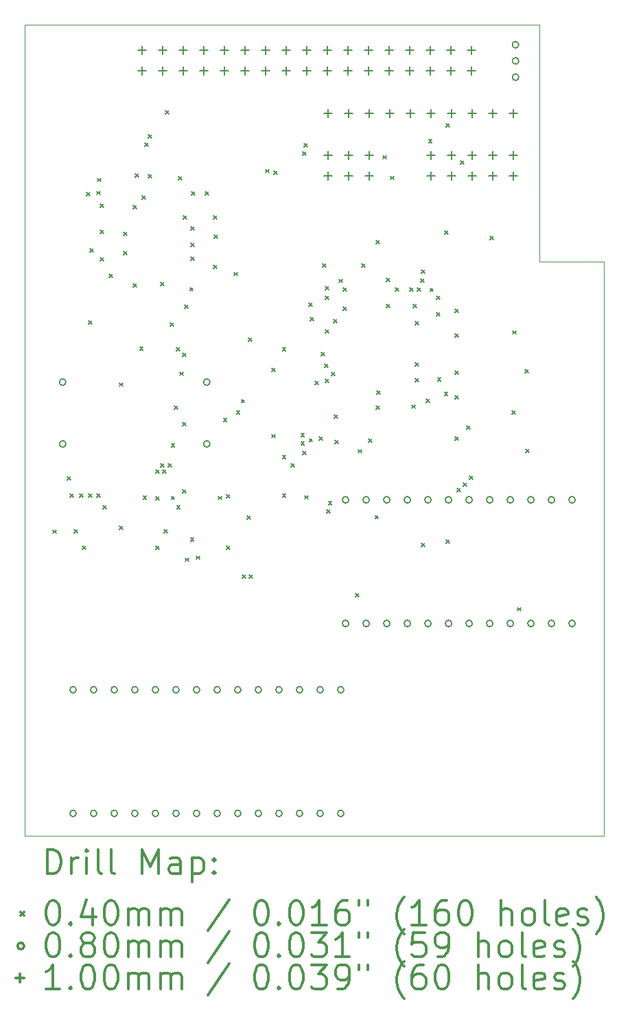
<source format=gbr>
%FSLAX45Y45*%
G04 Gerber Fmt 4.5, Leading zero omitted, Abs format (unit mm)*
G04 Created by KiCad (PCBNEW (5.1.2-1)-1) date 2020-07-07 12:36:55*
%MOMM*%
%LPD*%
G04 APERTURE LIST*
%ADD10C,0.100000*%
%ADD11C,0.200000*%
%ADD12C,0.300000*%
G04 APERTURE END LIST*
D10*
X13398500Y-6223000D02*
X14200000Y-6223000D01*
X13398500Y-3300000D02*
X13398500Y-6223000D01*
X13398500Y-3300000D02*
X7048500Y-3300000D01*
X14200000Y-13300000D02*
X14200000Y-6223000D01*
X7048500Y-13300000D02*
X14200000Y-13300000D01*
X7048500Y-3300000D02*
X7048500Y-13300000D01*
D11*
X7402380Y-9531040D02*
X7442380Y-9571040D01*
X7442380Y-9531040D02*
X7402380Y-9571040D01*
X7574520Y-8877620D02*
X7614520Y-8917620D01*
X7614520Y-8877620D02*
X7574520Y-8917620D01*
X7612700Y-9085900D02*
X7652700Y-9125900D01*
X7652700Y-9085900D02*
X7612700Y-9125900D01*
X7663860Y-9529560D02*
X7703860Y-9569560D01*
X7703860Y-9529560D02*
X7663860Y-9569560D01*
X7727000Y-9085900D02*
X7767000Y-9125900D01*
X7767000Y-9085900D02*
X7727000Y-9125900D01*
X7765100Y-9733600D02*
X7805100Y-9773600D01*
X7805100Y-9733600D02*
X7765100Y-9773600D01*
X7812200Y-5372080D02*
X7852200Y-5412080D01*
X7852200Y-5372080D02*
X7812200Y-5412080D01*
X7841300Y-6952300D02*
X7881300Y-6992300D01*
X7881300Y-6952300D02*
X7841300Y-6992300D01*
X7841300Y-9085900D02*
X7881300Y-9125900D01*
X7881300Y-9085900D02*
X7841300Y-9125900D01*
X7854000Y-6063300D02*
X7894000Y-6103300D01*
X7894000Y-6063300D02*
X7854000Y-6103300D01*
X7942900Y-9085900D02*
X7982900Y-9125900D01*
X7982900Y-9085900D02*
X7942900Y-9125900D01*
X7943250Y-5357380D02*
X7983250Y-5397380D01*
X7983250Y-5357380D02*
X7943250Y-5397380D01*
X7949570Y-5197480D02*
X7989570Y-5237480D01*
X7989570Y-5197480D02*
X7949570Y-5237480D01*
X7981000Y-5517200D02*
X8021000Y-5557200D01*
X8021000Y-5517200D02*
X7981000Y-5557200D01*
X7981000Y-5834700D02*
X8021000Y-5874700D01*
X8021000Y-5834700D02*
X7981000Y-5874700D01*
X7981000Y-6176320D02*
X8021000Y-6216320D01*
X8021000Y-6176320D02*
X7981000Y-6216320D01*
X8018000Y-9232770D02*
X8058000Y-9272770D01*
X8058000Y-9232770D02*
X8018000Y-9272770D01*
X8095300Y-6380800D02*
X8135300Y-6420800D01*
X8135300Y-6380800D02*
X8095300Y-6420800D01*
X8218440Y-7720690D02*
X8258440Y-7760690D01*
X8258440Y-7720690D02*
X8218440Y-7760690D01*
X8218440Y-9487310D02*
X8258440Y-9527310D01*
X8258440Y-9487310D02*
X8218440Y-9527310D01*
X8273100Y-5860100D02*
X8313100Y-5900100D01*
X8313100Y-5860100D02*
X8273100Y-5900100D01*
X8273100Y-6101400D02*
X8313100Y-6141400D01*
X8313100Y-6101400D02*
X8273100Y-6141400D01*
X8387400Y-5529900D02*
X8427400Y-5569900D01*
X8427400Y-5529900D02*
X8387400Y-5569900D01*
X8387400Y-6495100D02*
X8427400Y-6535100D01*
X8427400Y-6495100D02*
X8387400Y-6535100D01*
X8418000Y-5144820D02*
X8458000Y-5184820D01*
X8458000Y-5144820D02*
X8418000Y-5184820D01*
X8470620Y-7276490D02*
X8510620Y-7316490D01*
X8510620Y-7276490D02*
X8470620Y-7316490D01*
X8501700Y-5415600D02*
X8541700Y-5455600D01*
X8541700Y-5415600D02*
X8501700Y-5455600D01*
X8514130Y-9114800D02*
X8554130Y-9154800D01*
X8554130Y-9114800D02*
X8514130Y-9154800D01*
X8534120Y-4761600D02*
X8574120Y-4801600D01*
X8574120Y-4761600D02*
X8534120Y-4801600D01*
X8575090Y-5153110D02*
X8615090Y-5193110D01*
X8615090Y-5153110D02*
X8575090Y-5193110D01*
X8577910Y-4661760D02*
X8617910Y-4701760D01*
X8617910Y-4661760D02*
X8577910Y-4701760D01*
X8666800Y-8793800D02*
X8706800Y-8833800D01*
X8706800Y-8793800D02*
X8666800Y-8833800D01*
X8666800Y-9124000D02*
X8706800Y-9164000D01*
X8706800Y-9124000D02*
X8666800Y-9164000D01*
X8666800Y-9733600D02*
X8706800Y-9773600D01*
X8706800Y-9733600D02*
X8666800Y-9773600D01*
X8730300Y-6482400D02*
X8770300Y-6522400D01*
X8770300Y-6482400D02*
X8730300Y-6522400D01*
X8730300Y-8717600D02*
X8770300Y-8757600D01*
X8770300Y-8717600D02*
X8730300Y-8757600D01*
X8755700Y-8793800D02*
X8795700Y-8833800D01*
X8795700Y-8793800D02*
X8755700Y-8833800D01*
X8769950Y-9528700D02*
X8809950Y-9568700D01*
X8809950Y-9528700D02*
X8769950Y-9568700D01*
X8787290Y-4365800D02*
X8827290Y-4405800D01*
X8827290Y-4365800D02*
X8787290Y-4405800D01*
X8819200Y-8717600D02*
X8859200Y-8757600D01*
X8859200Y-8717600D02*
X8819200Y-8757600D01*
X8850020Y-6982250D02*
X8890020Y-7022250D01*
X8890020Y-6982250D02*
X8850020Y-7022250D01*
X8860070Y-9116820D02*
X8900070Y-9156820D01*
X8900070Y-9116820D02*
X8860070Y-9156820D01*
X8860700Y-8470410D02*
X8900700Y-8510410D01*
X8900700Y-8470410D02*
X8860700Y-8510410D01*
X8900300Y-8001380D02*
X8940300Y-8041380D01*
X8940300Y-8001380D02*
X8900300Y-8041380D01*
X8924770Y-7286160D02*
X8964770Y-7326160D01*
X8964770Y-7286160D02*
X8924770Y-7326160D01*
X8928530Y-9229170D02*
X8968530Y-9269170D01*
X8968530Y-9229170D02*
X8928530Y-9269170D01*
X8946200Y-5174300D02*
X8986200Y-5214300D01*
X8986200Y-5174300D02*
X8946200Y-5214300D01*
X8968340Y-7585950D02*
X9008340Y-7625950D01*
X9008340Y-7585950D02*
X8968340Y-7625950D01*
X8998840Y-7353560D02*
X9038840Y-7393560D01*
X9038840Y-7353560D02*
X8998840Y-7393560D01*
X9001750Y-8206770D02*
X9041750Y-8246770D01*
X9041750Y-8206770D02*
X9001750Y-8246770D01*
X9001750Y-9034660D02*
X9041750Y-9074660D01*
X9041750Y-9034660D02*
X9001750Y-9074660D01*
X9009700Y-5656900D02*
X9049700Y-5696900D01*
X9049700Y-5656900D02*
X9009700Y-5696900D01*
X9022400Y-6761800D02*
X9062400Y-6801800D01*
X9062400Y-6761800D02*
X9022400Y-6801800D01*
X9032860Y-9879400D02*
X9072860Y-9919400D01*
X9072860Y-9879400D02*
X9032860Y-9919400D01*
X9088880Y-6542920D02*
X9128880Y-6582920D01*
X9128880Y-6542920D02*
X9088880Y-6582920D01*
X9098280Y-9632320D02*
X9138280Y-9672320D01*
X9138280Y-9632320D02*
X9098280Y-9672320D01*
X9098600Y-5796600D02*
X9138600Y-5836600D01*
X9138600Y-5796600D02*
X9098600Y-5836600D01*
X9098600Y-5999800D02*
X9138600Y-6039800D01*
X9138600Y-5999800D02*
X9098600Y-6039800D01*
X9098600Y-6164900D02*
X9138600Y-6204900D01*
X9138600Y-6164900D02*
X9098600Y-6204900D01*
X9111300Y-5364800D02*
X9151300Y-5404800D01*
X9151300Y-5364800D02*
X9111300Y-5404800D01*
X9170110Y-9854600D02*
X9210110Y-9894600D01*
X9210110Y-9854600D02*
X9170110Y-9894600D01*
X9276400Y-5364800D02*
X9316400Y-5404800D01*
X9316400Y-5364800D02*
X9276400Y-5404800D01*
X9378000Y-5656900D02*
X9418000Y-5696900D01*
X9418000Y-5656900D02*
X9378000Y-5696900D01*
X9378000Y-6266500D02*
X9418000Y-6306500D01*
X9418000Y-6266500D02*
X9378000Y-6306500D01*
X9390700Y-5898200D02*
X9430700Y-5938200D01*
X9430700Y-5898200D02*
X9390700Y-5938200D01*
X9438670Y-9118080D02*
X9478670Y-9158080D01*
X9478670Y-9118080D02*
X9438670Y-9158080D01*
X9504730Y-8155080D02*
X9544730Y-8195080D01*
X9544730Y-8155080D02*
X9504730Y-8195080D01*
X9543100Y-9098600D02*
X9583100Y-9138600D01*
X9583100Y-9098600D02*
X9543100Y-9138600D01*
X9543100Y-9733600D02*
X9583100Y-9773600D01*
X9583100Y-9733600D02*
X9543100Y-9773600D01*
X9633560Y-6356500D02*
X9673560Y-6396500D01*
X9673560Y-6356500D02*
X9633560Y-6396500D01*
X9664480Y-8064340D02*
X9704480Y-8104340D01*
X9704480Y-8064340D02*
X9664480Y-8104340D01*
X9724480Y-7923410D02*
X9764480Y-7963410D01*
X9764480Y-7923410D02*
X9724480Y-7963410D01*
X9733600Y-10089200D02*
X9773600Y-10129200D01*
X9773600Y-10089200D02*
X9733600Y-10129200D01*
X9795260Y-9358060D02*
X9835260Y-9398060D01*
X9835260Y-9358060D02*
X9795260Y-9398060D01*
X9809800Y-7168200D02*
X9849800Y-7208200D01*
X9849800Y-7168200D02*
X9809800Y-7208200D01*
X9822500Y-10089200D02*
X9862500Y-10129200D01*
X9862500Y-10089200D02*
X9822500Y-10129200D01*
X10026600Y-5086790D02*
X10066600Y-5126790D01*
X10066600Y-5086790D02*
X10026600Y-5126790D01*
X10100040Y-8356220D02*
X10140040Y-8396220D01*
X10140040Y-8356220D02*
X10100040Y-8396220D01*
X10102490Y-7539260D02*
X10142490Y-7579260D01*
X10142490Y-7539260D02*
X10102490Y-7579260D01*
X10127960Y-5108580D02*
X10167960Y-5148580D01*
X10167960Y-5108580D02*
X10127960Y-5148580D01*
X10232320Y-8613600D02*
X10272320Y-8653600D01*
X10272320Y-8613600D02*
X10232320Y-8653600D01*
X10232320Y-9089180D02*
X10272320Y-9129180D01*
X10272320Y-9089180D02*
X10232320Y-9129180D01*
X10232500Y-7283460D02*
X10272500Y-7323460D01*
X10272500Y-7283460D02*
X10232500Y-7323460D01*
X10340400Y-8714690D02*
X10380400Y-8754690D01*
X10380400Y-8714690D02*
X10340400Y-8754690D01*
X10459850Y-8444670D02*
X10499850Y-8484670D01*
X10499850Y-8444670D02*
X10459850Y-8484670D01*
X10460160Y-8344000D02*
X10500160Y-8384000D01*
X10500160Y-8344000D02*
X10460160Y-8384000D01*
X10479640Y-4871840D02*
X10519640Y-4911840D01*
X10519640Y-4871840D02*
X10479640Y-4911840D01*
X10480810Y-8565330D02*
X10520810Y-8605330D01*
X10520810Y-8565330D02*
X10480810Y-8605330D01*
X10496410Y-4769570D02*
X10536410Y-4809570D01*
X10536410Y-4769570D02*
X10496410Y-4809570D01*
X10507210Y-9109220D02*
X10547210Y-9149220D01*
X10547210Y-9109220D02*
X10507210Y-9149220D01*
X10559100Y-6736400D02*
X10599100Y-6776400D01*
X10599100Y-6736400D02*
X10559100Y-6776400D01*
X10561600Y-8405240D02*
X10601600Y-8445240D01*
X10601600Y-8405240D02*
X10561600Y-8445240D01*
X10571800Y-6914200D02*
X10611800Y-6954200D01*
X10611800Y-6914200D02*
X10571800Y-6954200D01*
X10635300Y-7701600D02*
X10675300Y-7741600D01*
X10675300Y-7701600D02*
X10635300Y-7741600D01*
X10686100Y-8387400D02*
X10726100Y-8427400D01*
X10726100Y-8387400D02*
X10686100Y-8427400D01*
X10711500Y-7346000D02*
X10751500Y-7386000D01*
X10751500Y-7346000D02*
X10711500Y-7386000D01*
X10724200Y-6253800D02*
X10764200Y-6293800D01*
X10764200Y-6253800D02*
X10724200Y-6293800D01*
X10749600Y-7485700D02*
X10789600Y-7525700D01*
X10789600Y-7485700D02*
X10749600Y-7525700D01*
X10762300Y-6533200D02*
X10802300Y-6573200D01*
X10802300Y-6533200D02*
X10762300Y-6573200D01*
X10762300Y-6647500D02*
X10802300Y-6687500D01*
X10802300Y-6647500D02*
X10762300Y-6687500D01*
X10762300Y-7066600D02*
X10802300Y-7106600D01*
X10802300Y-7066600D02*
X10762300Y-7106600D01*
X10762300Y-7676200D02*
X10802300Y-7716200D01*
X10802300Y-7676200D02*
X10762300Y-7716200D01*
X10777150Y-9280740D02*
X10817150Y-9320740D01*
X10817150Y-9280740D02*
X10777150Y-9320740D01*
X10797860Y-9179350D02*
X10837860Y-9219350D01*
X10837860Y-9179350D02*
X10797860Y-9219350D01*
X10838500Y-7587300D02*
X10878500Y-7627300D01*
X10878500Y-7587300D02*
X10838500Y-7627300D01*
X10863900Y-6939600D02*
X10903900Y-6979600D01*
X10903900Y-6939600D02*
X10863900Y-6979600D01*
X10868980Y-8113040D02*
X10908980Y-8153040D01*
X10908980Y-8113040D02*
X10868980Y-8153040D01*
X10881390Y-8426920D02*
X10921390Y-8466920D01*
X10921390Y-8426920D02*
X10881390Y-8466920D01*
X10930500Y-6441220D02*
X10970500Y-6481220D01*
X10970500Y-6441220D02*
X10930500Y-6481220D01*
X10978159Y-6787200D02*
X11018159Y-6827200D01*
X11018159Y-6787200D02*
X10978159Y-6827200D01*
X10979511Y-6547210D02*
X11019511Y-6587210D01*
X11019511Y-6547210D02*
X10979511Y-6587210D01*
X11130600Y-10317800D02*
X11170600Y-10357800D01*
X11170600Y-10317800D02*
X11130600Y-10357800D01*
X11168890Y-8541820D02*
X11208890Y-8581820D01*
X11208890Y-8541820D02*
X11168890Y-8581820D01*
X11210300Y-6253800D02*
X11250300Y-6293800D01*
X11250300Y-6253800D02*
X11210300Y-6293800D01*
X11294550Y-8411660D02*
X11334550Y-8451660D01*
X11334550Y-8411660D02*
X11294550Y-8451660D01*
X11375100Y-9354570D02*
X11415100Y-9394570D01*
X11415100Y-9354570D02*
X11375100Y-9394570D01*
X11384600Y-5961700D02*
X11424600Y-6001700D01*
X11424600Y-5961700D02*
X11384600Y-6001700D01*
X11384600Y-8006400D02*
X11424600Y-8046400D01*
X11424600Y-8006400D02*
X11384600Y-8046400D01*
X11397300Y-7815900D02*
X11437300Y-7855900D01*
X11437300Y-7815900D02*
X11397300Y-7855900D01*
X11469040Y-4916720D02*
X11509040Y-4956720D01*
X11509040Y-4916720D02*
X11469040Y-4956720D01*
X11511600Y-6431600D02*
X11551600Y-6471600D01*
X11551600Y-6431600D02*
X11511600Y-6471600D01*
X11511600Y-6749100D02*
X11551600Y-6789100D01*
X11551600Y-6749100D02*
X11511600Y-6789100D01*
X11563050Y-5172270D02*
X11603050Y-5212270D01*
X11603050Y-5172270D02*
X11563050Y-5212270D01*
X11625900Y-6545900D02*
X11665900Y-6585900D01*
X11665900Y-6545900D02*
X11625900Y-6585900D01*
X11803700Y-6545900D02*
X11843700Y-6585900D01*
X11843700Y-6545900D02*
X11803700Y-6585900D01*
X11830000Y-7991940D02*
X11870000Y-8031940D01*
X11870000Y-7991940D02*
X11830000Y-8031940D01*
X11841800Y-6749100D02*
X11881800Y-6789100D01*
X11881800Y-6749100D02*
X11841800Y-6789100D01*
X11867200Y-6965000D02*
X11907200Y-7005000D01*
X11907200Y-6965000D02*
X11867200Y-7005000D01*
X11867200Y-7473000D02*
X11907200Y-7513000D01*
X11907200Y-7473000D02*
X11867200Y-7513000D01*
X11867200Y-7663500D02*
X11907200Y-7703500D01*
X11907200Y-7663500D02*
X11867200Y-7703500D01*
X11892600Y-6545900D02*
X11932600Y-6585900D01*
X11932600Y-6545900D02*
X11892600Y-6585900D01*
X11938700Y-6439640D02*
X11978700Y-6479640D01*
X11978700Y-6439640D02*
X11938700Y-6479640D01*
X11943400Y-6330000D02*
X11983400Y-6370000D01*
X11983400Y-6330000D02*
X11943400Y-6370000D01*
X11944510Y-9696550D02*
X11984510Y-9736550D01*
X11984510Y-9696550D02*
X11944510Y-9736550D01*
X12006900Y-7917500D02*
X12046900Y-7957500D01*
X12046900Y-7917500D02*
X12006900Y-7957500D01*
X12034170Y-4717390D02*
X12074170Y-4757390D01*
X12074170Y-4717390D02*
X12034170Y-4757390D01*
X12051957Y-6552857D02*
X12091957Y-6592857D01*
X12091957Y-6552857D02*
X12051957Y-6592857D01*
X12133900Y-6647500D02*
X12173900Y-6687500D01*
X12173900Y-6647500D02*
X12133900Y-6687500D01*
X12133900Y-6850700D02*
X12173900Y-6890700D01*
X12173900Y-6850700D02*
X12133900Y-6890700D01*
X12145600Y-7657160D02*
X12185600Y-7697160D01*
X12185600Y-7657160D02*
X12145600Y-7697160D01*
X12230500Y-7833640D02*
X12270500Y-7873640D01*
X12270500Y-7833640D02*
X12230500Y-7873640D01*
X12235500Y-5847400D02*
X12275500Y-5887400D01*
X12275500Y-5847400D02*
X12235500Y-5887400D01*
X12248200Y-9657400D02*
X12288200Y-9697400D01*
X12288200Y-9657400D02*
X12248200Y-9697400D01*
X12248850Y-4521090D02*
X12288850Y-4561090D01*
X12288850Y-4521090D02*
X12248850Y-4561090D01*
X12362500Y-6812600D02*
X12402500Y-6852600D01*
X12402500Y-6812600D02*
X12362500Y-6852600D01*
X12362500Y-7117400D02*
X12402500Y-7157400D01*
X12402500Y-7117400D02*
X12362500Y-7157400D01*
X12362500Y-7574600D02*
X12402500Y-7614600D01*
X12402500Y-7574600D02*
X12362500Y-7614600D01*
X12362500Y-7879400D02*
X12402500Y-7919400D01*
X12402500Y-7879400D02*
X12362500Y-7919400D01*
X12362500Y-8387400D02*
X12402500Y-8427400D01*
X12402500Y-8387400D02*
X12362500Y-8427400D01*
X12388960Y-9019650D02*
X12428960Y-9059650D01*
X12428960Y-9019650D02*
X12388960Y-9059650D01*
X12426000Y-4982700D02*
X12466000Y-5022700D01*
X12466000Y-4982700D02*
X12426000Y-5022700D01*
X12462940Y-8952000D02*
X12502940Y-8992000D01*
X12502940Y-8952000D02*
X12462940Y-8992000D01*
X12502200Y-8247700D02*
X12542200Y-8287700D01*
X12542200Y-8247700D02*
X12502200Y-8287700D01*
X12536100Y-8869310D02*
X12576100Y-8909310D01*
X12576100Y-8869310D02*
X12536100Y-8909310D01*
X12794200Y-5911160D02*
X12834200Y-5951160D01*
X12834200Y-5911160D02*
X12794200Y-5951160D01*
X13063920Y-8064480D02*
X13103920Y-8104480D01*
X13103920Y-8064480D02*
X13063920Y-8104480D01*
X13071430Y-7076420D02*
X13111430Y-7116420D01*
X13111430Y-7076420D02*
X13071430Y-7116420D01*
X13132820Y-10488930D02*
X13172820Y-10528930D01*
X13172820Y-10488930D02*
X13132820Y-10528930D01*
X13222970Y-7553990D02*
X13262970Y-7593990D01*
X13262970Y-7553990D02*
X13222970Y-7593990D01*
X13235090Y-8539800D02*
X13275090Y-8579800D01*
X13275090Y-8539800D02*
X13235090Y-8579800D01*
X7688000Y-11503000D02*
G75*
G03X7688000Y-11503000I-40000J0D01*
G01*
X7688000Y-13027000D02*
G75*
G03X7688000Y-13027000I-40000J0D01*
G01*
X7942000Y-11503000D02*
G75*
G03X7942000Y-11503000I-40000J0D01*
G01*
X7942000Y-13027000D02*
G75*
G03X7942000Y-13027000I-40000J0D01*
G01*
X8196000Y-11503000D02*
G75*
G03X8196000Y-11503000I-40000J0D01*
G01*
X8196000Y-13027000D02*
G75*
G03X8196000Y-13027000I-40000J0D01*
G01*
X8450000Y-11503000D02*
G75*
G03X8450000Y-11503000I-40000J0D01*
G01*
X8450000Y-13027000D02*
G75*
G03X8450000Y-13027000I-40000J0D01*
G01*
X8704000Y-11503000D02*
G75*
G03X8704000Y-11503000I-40000J0D01*
G01*
X8704000Y-13027000D02*
G75*
G03X8704000Y-13027000I-40000J0D01*
G01*
X8958000Y-11503000D02*
G75*
G03X8958000Y-11503000I-40000J0D01*
G01*
X8958000Y-13027000D02*
G75*
G03X8958000Y-13027000I-40000J0D01*
G01*
X9212000Y-11503000D02*
G75*
G03X9212000Y-11503000I-40000J0D01*
G01*
X9212000Y-13027000D02*
G75*
G03X9212000Y-13027000I-40000J0D01*
G01*
X9466000Y-11503000D02*
G75*
G03X9466000Y-11503000I-40000J0D01*
G01*
X9466000Y-13027000D02*
G75*
G03X9466000Y-13027000I-40000J0D01*
G01*
X9720000Y-11503000D02*
G75*
G03X9720000Y-11503000I-40000J0D01*
G01*
X9720000Y-13027000D02*
G75*
G03X9720000Y-13027000I-40000J0D01*
G01*
X9974000Y-11503000D02*
G75*
G03X9974000Y-11503000I-40000J0D01*
G01*
X9974000Y-13027000D02*
G75*
G03X9974000Y-13027000I-40000J0D01*
G01*
X10228000Y-11503000D02*
G75*
G03X10228000Y-11503000I-40000J0D01*
G01*
X10228000Y-13027000D02*
G75*
G03X10228000Y-13027000I-40000J0D01*
G01*
X10482000Y-11503000D02*
G75*
G03X10482000Y-11503000I-40000J0D01*
G01*
X10482000Y-13027000D02*
G75*
G03X10482000Y-13027000I-40000J0D01*
G01*
X10736000Y-11503000D02*
G75*
G03X10736000Y-11503000I-40000J0D01*
G01*
X10736000Y-13027000D02*
G75*
G03X10736000Y-13027000I-40000J0D01*
G01*
X10990000Y-11503000D02*
G75*
G03X10990000Y-11503000I-40000J0D01*
G01*
X10990000Y-13027000D02*
G75*
G03X10990000Y-13027000I-40000J0D01*
G01*
X7558400Y-7708900D02*
G75*
G03X7558400Y-7708900I-40000J0D01*
G01*
X7558400Y-8470900D02*
G75*
G03X7558400Y-8470900I-40000J0D01*
G01*
X9336400Y-7708900D02*
G75*
G03X9336400Y-7708900I-40000J0D01*
G01*
X9336400Y-8470900D02*
G75*
G03X9336400Y-8470900I-40000J0D01*
G01*
X13146400Y-3549700D02*
G75*
G03X13146400Y-3549700I-40000J0D01*
G01*
X13146400Y-3749700D02*
G75*
G03X13146400Y-3749700I-40000J0D01*
G01*
X13146400Y-3949700D02*
G75*
G03X13146400Y-3949700I-40000J0D01*
G01*
X11050000Y-9161000D02*
G75*
G03X11050000Y-9161000I-40000J0D01*
G01*
X11050000Y-10685000D02*
G75*
G03X11050000Y-10685000I-40000J0D01*
G01*
X11304000Y-9161000D02*
G75*
G03X11304000Y-9161000I-40000J0D01*
G01*
X11304000Y-10685000D02*
G75*
G03X11304000Y-10685000I-40000J0D01*
G01*
X11558000Y-9161000D02*
G75*
G03X11558000Y-9161000I-40000J0D01*
G01*
X11558000Y-10685000D02*
G75*
G03X11558000Y-10685000I-40000J0D01*
G01*
X11812000Y-9161000D02*
G75*
G03X11812000Y-9161000I-40000J0D01*
G01*
X11812000Y-10685000D02*
G75*
G03X11812000Y-10685000I-40000J0D01*
G01*
X12066000Y-9161000D02*
G75*
G03X12066000Y-9161000I-40000J0D01*
G01*
X12066000Y-10685000D02*
G75*
G03X12066000Y-10685000I-40000J0D01*
G01*
X12320000Y-9161000D02*
G75*
G03X12320000Y-9161000I-40000J0D01*
G01*
X12320000Y-10685000D02*
G75*
G03X12320000Y-10685000I-40000J0D01*
G01*
X12574000Y-9161000D02*
G75*
G03X12574000Y-9161000I-40000J0D01*
G01*
X12574000Y-10685000D02*
G75*
G03X12574000Y-10685000I-40000J0D01*
G01*
X12828000Y-9161000D02*
G75*
G03X12828000Y-9161000I-40000J0D01*
G01*
X12828000Y-10685000D02*
G75*
G03X12828000Y-10685000I-40000J0D01*
G01*
X13082000Y-9161000D02*
G75*
G03X13082000Y-9161000I-40000J0D01*
G01*
X13082000Y-10685000D02*
G75*
G03X13082000Y-10685000I-40000J0D01*
G01*
X13336000Y-9161000D02*
G75*
G03X13336000Y-9161000I-40000J0D01*
G01*
X13336000Y-10685000D02*
G75*
G03X13336000Y-10685000I-40000J0D01*
G01*
X13590000Y-9161000D02*
G75*
G03X13590000Y-9161000I-40000J0D01*
G01*
X13590000Y-10685000D02*
G75*
G03X13590000Y-10685000I-40000J0D01*
G01*
X13844000Y-9161000D02*
G75*
G03X13844000Y-9161000I-40000J0D01*
G01*
X13844000Y-10685000D02*
G75*
G03X13844000Y-10685000I-40000J0D01*
G01*
X10795000Y-4864900D02*
X10795000Y-4964900D01*
X10745000Y-4914900D02*
X10845000Y-4914900D01*
X10795000Y-5118900D02*
X10795000Y-5218900D01*
X10745000Y-5168900D02*
X10845000Y-5168900D01*
X11049000Y-4864900D02*
X11049000Y-4964900D01*
X10999000Y-4914900D02*
X11099000Y-4914900D01*
X11049000Y-5118900D02*
X11049000Y-5218900D01*
X10999000Y-5168900D02*
X11099000Y-5168900D01*
X11303000Y-4864900D02*
X11303000Y-4964900D01*
X11253000Y-4914900D02*
X11353000Y-4914900D01*
X11303000Y-5118900D02*
X11303000Y-5218900D01*
X11253000Y-5168900D02*
X11353000Y-5168900D01*
X12065000Y-4864900D02*
X12065000Y-4964900D01*
X12015000Y-4914900D02*
X12115000Y-4914900D01*
X12065000Y-5118900D02*
X12065000Y-5218900D01*
X12015000Y-5168900D02*
X12115000Y-5168900D01*
X12319000Y-4864900D02*
X12319000Y-4964900D01*
X12269000Y-4914900D02*
X12369000Y-4914900D01*
X12319000Y-5118900D02*
X12319000Y-5218900D01*
X12269000Y-5168900D02*
X12369000Y-5168900D01*
X12573000Y-4864900D02*
X12573000Y-4964900D01*
X12523000Y-4914900D02*
X12623000Y-4914900D01*
X12573000Y-5118900D02*
X12573000Y-5218900D01*
X12523000Y-5168900D02*
X12623000Y-5168900D01*
X12827000Y-4864900D02*
X12827000Y-4964900D01*
X12777000Y-4914900D02*
X12877000Y-4914900D01*
X12827000Y-5118900D02*
X12827000Y-5218900D01*
X12777000Y-5168900D02*
X12877000Y-5168900D01*
X13081000Y-4864900D02*
X13081000Y-4964900D01*
X13031000Y-4914900D02*
X13131000Y-4914900D01*
X13081000Y-5118900D02*
X13081000Y-5218900D01*
X13031000Y-5168900D02*
X13131000Y-5168900D01*
X8496300Y-3569500D02*
X8496300Y-3669500D01*
X8446300Y-3619500D02*
X8546300Y-3619500D01*
X8496300Y-3823500D02*
X8496300Y-3923500D01*
X8446300Y-3873500D02*
X8546300Y-3873500D01*
X8750300Y-3569500D02*
X8750300Y-3669500D01*
X8700300Y-3619500D02*
X8800300Y-3619500D01*
X8750300Y-3823500D02*
X8750300Y-3923500D01*
X8700300Y-3873500D02*
X8800300Y-3873500D01*
X9004300Y-3569500D02*
X9004300Y-3669500D01*
X8954300Y-3619500D02*
X9054300Y-3619500D01*
X9004300Y-3823500D02*
X9004300Y-3923500D01*
X8954300Y-3873500D02*
X9054300Y-3873500D01*
X9258300Y-3569500D02*
X9258300Y-3669500D01*
X9208300Y-3619500D02*
X9308300Y-3619500D01*
X9258300Y-3823500D02*
X9258300Y-3923500D01*
X9208300Y-3873500D02*
X9308300Y-3873500D01*
X9512300Y-3569500D02*
X9512300Y-3669500D01*
X9462300Y-3619500D02*
X9562300Y-3619500D01*
X9512300Y-3823500D02*
X9512300Y-3923500D01*
X9462300Y-3873500D02*
X9562300Y-3873500D01*
X9766300Y-3569500D02*
X9766300Y-3669500D01*
X9716300Y-3619500D02*
X9816300Y-3619500D01*
X9766300Y-3823500D02*
X9766300Y-3923500D01*
X9716300Y-3873500D02*
X9816300Y-3873500D01*
X10020300Y-3569500D02*
X10020300Y-3669500D01*
X9970300Y-3619500D02*
X10070300Y-3619500D01*
X10020300Y-3823500D02*
X10020300Y-3923500D01*
X9970300Y-3873500D02*
X10070300Y-3873500D01*
X10274300Y-3569500D02*
X10274300Y-3669500D01*
X10224300Y-3619500D02*
X10324300Y-3619500D01*
X10274300Y-3823500D02*
X10274300Y-3923500D01*
X10224300Y-3873500D02*
X10324300Y-3873500D01*
X10528300Y-3569500D02*
X10528300Y-3669500D01*
X10478300Y-3619500D02*
X10578300Y-3619500D01*
X10528300Y-3823500D02*
X10528300Y-3923500D01*
X10478300Y-3873500D02*
X10578300Y-3873500D01*
X10782300Y-3569500D02*
X10782300Y-3669500D01*
X10732300Y-3619500D02*
X10832300Y-3619500D01*
X10782300Y-3823500D02*
X10782300Y-3923500D01*
X10732300Y-3873500D02*
X10832300Y-3873500D01*
X11036300Y-3569500D02*
X11036300Y-3669500D01*
X10986300Y-3619500D02*
X11086300Y-3619500D01*
X11036300Y-3823500D02*
X11036300Y-3923500D01*
X10986300Y-3873500D02*
X11086300Y-3873500D01*
X11290300Y-3569500D02*
X11290300Y-3669500D01*
X11240300Y-3619500D02*
X11340300Y-3619500D01*
X11290300Y-3823500D02*
X11290300Y-3923500D01*
X11240300Y-3873500D02*
X11340300Y-3873500D01*
X11544300Y-3569500D02*
X11544300Y-3669500D01*
X11494300Y-3619500D02*
X11594300Y-3619500D01*
X11544300Y-3823500D02*
X11544300Y-3923500D01*
X11494300Y-3873500D02*
X11594300Y-3873500D01*
X11798300Y-3569500D02*
X11798300Y-3669500D01*
X11748300Y-3619500D02*
X11848300Y-3619500D01*
X11798300Y-3823500D02*
X11798300Y-3923500D01*
X11748300Y-3873500D02*
X11848300Y-3873500D01*
X12052300Y-3569500D02*
X12052300Y-3669500D01*
X12002300Y-3619500D02*
X12102300Y-3619500D01*
X12052300Y-3823500D02*
X12052300Y-3923500D01*
X12002300Y-3873500D02*
X12102300Y-3873500D01*
X12306300Y-3569500D02*
X12306300Y-3669500D01*
X12256300Y-3619500D02*
X12356300Y-3619500D01*
X12306300Y-3823500D02*
X12306300Y-3923500D01*
X12256300Y-3873500D02*
X12356300Y-3873500D01*
X12560300Y-3569500D02*
X12560300Y-3669500D01*
X12510300Y-3619500D02*
X12610300Y-3619500D01*
X12560300Y-3823500D02*
X12560300Y-3923500D01*
X12510300Y-3873500D02*
X12610300Y-3873500D01*
X10795000Y-4344200D02*
X10795000Y-4444200D01*
X10745000Y-4394200D02*
X10845000Y-4394200D01*
X11049000Y-4344200D02*
X11049000Y-4444200D01*
X10999000Y-4394200D02*
X11099000Y-4394200D01*
X11303000Y-4344200D02*
X11303000Y-4444200D01*
X11253000Y-4394200D02*
X11353000Y-4394200D01*
X11557000Y-4344200D02*
X11557000Y-4444200D01*
X11507000Y-4394200D02*
X11607000Y-4394200D01*
X11811000Y-4344200D02*
X11811000Y-4444200D01*
X11761000Y-4394200D02*
X11861000Y-4394200D01*
X12065000Y-4344200D02*
X12065000Y-4444200D01*
X12015000Y-4394200D02*
X12115000Y-4394200D01*
X12319000Y-4344200D02*
X12319000Y-4444200D01*
X12269000Y-4394200D02*
X12369000Y-4394200D01*
X12573000Y-4344200D02*
X12573000Y-4444200D01*
X12523000Y-4394200D02*
X12623000Y-4394200D01*
X12827000Y-4344200D02*
X12827000Y-4444200D01*
X12777000Y-4394200D02*
X12877000Y-4394200D01*
X13081000Y-4344200D02*
X13081000Y-4444200D01*
X13031000Y-4394200D02*
X13131000Y-4394200D01*
D12*
X7329928Y-13770714D02*
X7329928Y-13470714D01*
X7401357Y-13470714D01*
X7444214Y-13485000D01*
X7472786Y-13513571D01*
X7487071Y-13542143D01*
X7501357Y-13599286D01*
X7501357Y-13642143D01*
X7487071Y-13699286D01*
X7472786Y-13727857D01*
X7444214Y-13756429D01*
X7401357Y-13770714D01*
X7329928Y-13770714D01*
X7629928Y-13770714D02*
X7629928Y-13570714D01*
X7629928Y-13627857D02*
X7644214Y-13599286D01*
X7658500Y-13585000D01*
X7687071Y-13570714D01*
X7715643Y-13570714D01*
X7815643Y-13770714D02*
X7815643Y-13570714D01*
X7815643Y-13470714D02*
X7801357Y-13485000D01*
X7815643Y-13499286D01*
X7829928Y-13485000D01*
X7815643Y-13470714D01*
X7815643Y-13499286D01*
X8001357Y-13770714D02*
X7972786Y-13756429D01*
X7958500Y-13727857D01*
X7958500Y-13470714D01*
X8158500Y-13770714D02*
X8129928Y-13756429D01*
X8115643Y-13727857D01*
X8115643Y-13470714D01*
X8501357Y-13770714D02*
X8501357Y-13470714D01*
X8601357Y-13685000D01*
X8701357Y-13470714D01*
X8701357Y-13770714D01*
X8972786Y-13770714D02*
X8972786Y-13613571D01*
X8958500Y-13585000D01*
X8929928Y-13570714D01*
X8872786Y-13570714D01*
X8844214Y-13585000D01*
X8972786Y-13756429D02*
X8944214Y-13770714D01*
X8872786Y-13770714D01*
X8844214Y-13756429D01*
X8829928Y-13727857D01*
X8829928Y-13699286D01*
X8844214Y-13670714D01*
X8872786Y-13656429D01*
X8944214Y-13656429D01*
X8972786Y-13642143D01*
X9115643Y-13570714D02*
X9115643Y-13870714D01*
X9115643Y-13585000D02*
X9144214Y-13570714D01*
X9201357Y-13570714D01*
X9229928Y-13585000D01*
X9244214Y-13599286D01*
X9258500Y-13627857D01*
X9258500Y-13713571D01*
X9244214Y-13742143D01*
X9229928Y-13756429D01*
X9201357Y-13770714D01*
X9144214Y-13770714D01*
X9115643Y-13756429D01*
X9387071Y-13742143D02*
X9401357Y-13756429D01*
X9387071Y-13770714D01*
X9372786Y-13756429D01*
X9387071Y-13742143D01*
X9387071Y-13770714D01*
X9387071Y-13585000D02*
X9401357Y-13599286D01*
X9387071Y-13613571D01*
X9372786Y-13599286D01*
X9387071Y-13585000D01*
X9387071Y-13613571D01*
X7003500Y-14245000D02*
X7043500Y-14285000D01*
X7043500Y-14245000D02*
X7003500Y-14285000D01*
X7387071Y-14100714D02*
X7415643Y-14100714D01*
X7444214Y-14115000D01*
X7458500Y-14129286D01*
X7472786Y-14157857D01*
X7487071Y-14215000D01*
X7487071Y-14286429D01*
X7472786Y-14343571D01*
X7458500Y-14372143D01*
X7444214Y-14386429D01*
X7415643Y-14400714D01*
X7387071Y-14400714D01*
X7358500Y-14386429D01*
X7344214Y-14372143D01*
X7329928Y-14343571D01*
X7315643Y-14286429D01*
X7315643Y-14215000D01*
X7329928Y-14157857D01*
X7344214Y-14129286D01*
X7358500Y-14115000D01*
X7387071Y-14100714D01*
X7615643Y-14372143D02*
X7629928Y-14386429D01*
X7615643Y-14400714D01*
X7601357Y-14386429D01*
X7615643Y-14372143D01*
X7615643Y-14400714D01*
X7887071Y-14200714D02*
X7887071Y-14400714D01*
X7815643Y-14086429D02*
X7744214Y-14300714D01*
X7929928Y-14300714D01*
X8101357Y-14100714D02*
X8129928Y-14100714D01*
X8158500Y-14115000D01*
X8172786Y-14129286D01*
X8187071Y-14157857D01*
X8201357Y-14215000D01*
X8201357Y-14286429D01*
X8187071Y-14343571D01*
X8172786Y-14372143D01*
X8158500Y-14386429D01*
X8129928Y-14400714D01*
X8101357Y-14400714D01*
X8072786Y-14386429D01*
X8058500Y-14372143D01*
X8044214Y-14343571D01*
X8029928Y-14286429D01*
X8029928Y-14215000D01*
X8044214Y-14157857D01*
X8058500Y-14129286D01*
X8072786Y-14115000D01*
X8101357Y-14100714D01*
X8329928Y-14400714D02*
X8329928Y-14200714D01*
X8329928Y-14229286D02*
X8344214Y-14215000D01*
X8372786Y-14200714D01*
X8415643Y-14200714D01*
X8444214Y-14215000D01*
X8458500Y-14243571D01*
X8458500Y-14400714D01*
X8458500Y-14243571D02*
X8472786Y-14215000D01*
X8501357Y-14200714D01*
X8544214Y-14200714D01*
X8572786Y-14215000D01*
X8587071Y-14243571D01*
X8587071Y-14400714D01*
X8729928Y-14400714D02*
X8729928Y-14200714D01*
X8729928Y-14229286D02*
X8744214Y-14215000D01*
X8772786Y-14200714D01*
X8815643Y-14200714D01*
X8844214Y-14215000D01*
X8858500Y-14243571D01*
X8858500Y-14400714D01*
X8858500Y-14243571D02*
X8872786Y-14215000D01*
X8901357Y-14200714D01*
X8944214Y-14200714D01*
X8972786Y-14215000D01*
X8987071Y-14243571D01*
X8987071Y-14400714D01*
X9572786Y-14086429D02*
X9315643Y-14472143D01*
X9958500Y-14100714D02*
X9987071Y-14100714D01*
X10015643Y-14115000D01*
X10029928Y-14129286D01*
X10044214Y-14157857D01*
X10058500Y-14215000D01*
X10058500Y-14286429D01*
X10044214Y-14343571D01*
X10029928Y-14372143D01*
X10015643Y-14386429D01*
X9987071Y-14400714D01*
X9958500Y-14400714D01*
X9929928Y-14386429D01*
X9915643Y-14372143D01*
X9901357Y-14343571D01*
X9887071Y-14286429D01*
X9887071Y-14215000D01*
X9901357Y-14157857D01*
X9915643Y-14129286D01*
X9929928Y-14115000D01*
X9958500Y-14100714D01*
X10187071Y-14372143D02*
X10201357Y-14386429D01*
X10187071Y-14400714D01*
X10172786Y-14386429D01*
X10187071Y-14372143D01*
X10187071Y-14400714D01*
X10387071Y-14100714D02*
X10415643Y-14100714D01*
X10444214Y-14115000D01*
X10458500Y-14129286D01*
X10472786Y-14157857D01*
X10487071Y-14215000D01*
X10487071Y-14286429D01*
X10472786Y-14343571D01*
X10458500Y-14372143D01*
X10444214Y-14386429D01*
X10415643Y-14400714D01*
X10387071Y-14400714D01*
X10358500Y-14386429D01*
X10344214Y-14372143D01*
X10329928Y-14343571D01*
X10315643Y-14286429D01*
X10315643Y-14215000D01*
X10329928Y-14157857D01*
X10344214Y-14129286D01*
X10358500Y-14115000D01*
X10387071Y-14100714D01*
X10772786Y-14400714D02*
X10601357Y-14400714D01*
X10687071Y-14400714D02*
X10687071Y-14100714D01*
X10658500Y-14143571D01*
X10629928Y-14172143D01*
X10601357Y-14186429D01*
X11029928Y-14100714D02*
X10972786Y-14100714D01*
X10944214Y-14115000D01*
X10929928Y-14129286D01*
X10901357Y-14172143D01*
X10887071Y-14229286D01*
X10887071Y-14343571D01*
X10901357Y-14372143D01*
X10915643Y-14386429D01*
X10944214Y-14400714D01*
X11001357Y-14400714D01*
X11029928Y-14386429D01*
X11044214Y-14372143D01*
X11058500Y-14343571D01*
X11058500Y-14272143D01*
X11044214Y-14243571D01*
X11029928Y-14229286D01*
X11001357Y-14215000D01*
X10944214Y-14215000D01*
X10915643Y-14229286D01*
X10901357Y-14243571D01*
X10887071Y-14272143D01*
X11172786Y-14100714D02*
X11172786Y-14157857D01*
X11287071Y-14100714D02*
X11287071Y-14157857D01*
X11729928Y-14515000D02*
X11715643Y-14500714D01*
X11687071Y-14457857D01*
X11672786Y-14429286D01*
X11658500Y-14386429D01*
X11644214Y-14315000D01*
X11644214Y-14257857D01*
X11658500Y-14186429D01*
X11672786Y-14143571D01*
X11687071Y-14115000D01*
X11715643Y-14072143D01*
X11729928Y-14057857D01*
X12001357Y-14400714D02*
X11829928Y-14400714D01*
X11915643Y-14400714D02*
X11915643Y-14100714D01*
X11887071Y-14143571D01*
X11858500Y-14172143D01*
X11829928Y-14186429D01*
X12258500Y-14100714D02*
X12201357Y-14100714D01*
X12172786Y-14115000D01*
X12158500Y-14129286D01*
X12129928Y-14172143D01*
X12115643Y-14229286D01*
X12115643Y-14343571D01*
X12129928Y-14372143D01*
X12144214Y-14386429D01*
X12172786Y-14400714D01*
X12229928Y-14400714D01*
X12258500Y-14386429D01*
X12272786Y-14372143D01*
X12287071Y-14343571D01*
X12287071Y-14272143D01*
X12272786Y-14243571D01*
X12258500Y-14229286D01*
X12229928Y-14215000D01*
X12172786Y-14215000D01*
X12144214Y-14229286D01*
X12129928Y-14243571D01*
X12115643Y-14272143D01*
X12472786Y-14100714D02*
X12501357Y-14100714D01*
X12529928Y-14115000D01*
X12544214Y-14129286D01*
X12558500Y-14157857D01*
X12572786Y-14215000D01*
X12572786Y-14286429D01*
X12558500Y-14343571D01*
X12544214Y-14372143D01*
X12529928Y-14386429D01*
X12501357Y-14400714D01*
X12472786Y-14400714D01*
X12444214Y-14386429D01*
X12429928Y-14372143D01*
X12415643Y-14343571D01*
X12401357Y-14286429D01*
X12401357Y-14215000D01*
X12415643Y-14157857D01*
X12429928Y-14129286D01*
X12444214Y-14115000D01*
X12472786Y-14100714D01*
X12929928Y-14400714D02*
X12929928Y-14100714D01*
X13058500Y-14400714D02*
X13058500Y-14243571D01*
X13044214Y-14215000D01*
X13015643Y-14200714D01*
X12972786Y-14200714D01*
X12944214Y-14215000D01*
X12929928Y-14229286D01*
X13244214Y-14400714D02*
X13215643Y-14386429D01*
X13201357Y-14372143D01*
X13187071Y-14343571D01*
X13187071Y-14257857D01*
X13201357Y-14229286D01*
X13215643Y-14215000D01*
X13244214Y-14200714D01*
X13287071Y-14200714D01*
X13315643Y-14215000D01*
X13329928Y-14229286D01*
X13344214Y-14257857D01*
X13344214Y-14343571D01*
X13329928Y-14372143D01*
X13315643Y-14386429D01*
X13287071Y-14400714D01*
X13244214Y-14400714D01*
X13515643Y-14400714D02*
X13487071Y-14386429D01*
X13472786Y-14357857D01*
X13472786Y-14100714D01*
X13744214Y-14386429D02*
X13715643Y-14400714D01*
X13658500Y-14400714D01*
X13629928Y-14386429D01*
X13615643Y-14357857D01*
X13615643Y-14243571D01*
X13629928Y-14215000D01*
X13658500Y-14200714D01*
X13715643Y-14200714D01*
X13744214Y-14215000D01*
X13758500Y-14243571D01*
X13758500Y-14272143D01*
X13615643Y-14300714D01*
X13872786Y-14386429D02*
X13901357Y-14400714D01*
X13958500Y-14400714D01*
X13987071Y-14386429D01*
X14001357Y-14357857D01*
X14001357Y-14343571D01*
X13987071Y-14315000D01*
X13958500Y-14300714D01*
X13915643Y-14300714D01*
X13887071Y-14286429D01*
X13872786Y-14257857D01*
X13872786Y-14243571D01*
X13887071Y-14215000D01*
X13915643Y-14200714D01*
X13958500Y-14200714D01*
X13987071Y-14215000D01*
X14101357Y-14515000D02*
X14115643Y-14500714D01*
X14144214Y-14457857D01*
X14158500Y-14429286D01*
X14172786Y-14386429D01*
X14187071Y-14315000D01*
X14187071Y-14257857D01*
X14172786Y-14186429D01*
X14158500Y-14143571D01*
X14144214Y-14115000D01*
X14115643Y-14072143D01*
X14101357Y-14057857D01*
X7043500Y-14661000D02*
G75*
G03X7043500Y-14661000I-40000J0D01*
G01*
X7387071Y-14496714D02*
X7415643Y-14496714D01*
X7444214Y-14511000D01*
X7458500Y-14525286D01*
X7472786Y-14553857D01*
X7487071Y-14611000D01*
X7487071Y-14682429D01*
X7472786Y-14739571D01*
X7458500Y-14768143D01*
X7444214Y-14782429D01*
X7415643Y-14796714D01*
X7387071Y-14796714D01*
X7358500Y-14782429D01*
X7344214Y-14768143D01*
X7329928Y-14739571D01*
X7315643Y-14682429D01*
X7315643Y-14611000D01*
X7329928Y-14553857D01*
X7344214Y-14525286D01*
X7358500Y-14511000D01*
X7387071Y-14496714D01*
X7615643Y-14768143D02*
X7629928Y-14782429D01*
X7615643Y-14796714D01*
X7601357Y-14782429D01*
X7615643Y-14768143D01*
X7615643Y-14796714D01*
X7801357Y-14625286D02*
X7772786Y-14611000D01*
X7758500Y-14596714D01*
X7744214Y-14568143D01*
X7744214Y-14553857D01*
X7758500Y-14525286D01*
X7772786Y-14511000D01*
X7801357Y-14496714D01*
X7858500Y-14496714D01*
X7887071Y-14511000D01*
X7901357Y-14525286D01*
X7915643Y-14553857D01*
X7915643Y-14568143D01*
X7901357Y-14596714D01*
X7887071Y-14611000D01*
X7858500Y-14625286D01*
X7801357Y-14625286D01*
X7772786Y-14639571D01*
X7758500Y-14653857D01*
X7744214Y-14682429D01*
X7744214Y-14739571D01*
X7758500Y-14768143D01*
X7772786Y-14782429D01*
X7801357Y-14796714D01*
X7858500Y-14796714D01*
X7887071Y-14782429D01*
X7901357Y-14768143D01*
X7915643Y-14739571D01*
X7915643Y-14682429D01*
X7901357Y-14653857D01*
X7887071Y-14639571D01*
X7858500Y-14625286D01*
X8101357Y-14496714D02*
X8129928Y-14496714D01*
X8158500Y-14511000D01*
X8172786Y-14525286D01*
X8187071Y-14553857D01*
X8201357Y-14611000D01*
X8201357Y-14682429D01*
X8187071Y-14739571D01*
X8172786Y-14768143D01*
X8158500Y-14782429D01*
X8129928Y-14796714D01*
X8101357Y-14796714D01*
X8072786Y-14782429D01*
X8058500Y-14768143D01*
X8044214Y-14739571D01*
X8029928Y-14682429D01*
X8029928Y-14611000D01*
X8044214Y-14553857D01*
X8058500Y-14525286D01*
X8072786Y-14511000D01*
X8101357Y-14496714D01*
X8329928Y-14796714D02*
X8329928Y-14596714D01*
X8329928Y-14625286D02*
X8344214Y-14611000D01*
X8372786Y-14596714D01*
X8415643Y-14596714D01*
X8444214Y-14611000D01*
X8458500Y-14639571D01*
X8458500Y-14796714D01*
X8458500Y-14639571D02*
X8472786Y-14611000D01*
X8501357Y-14596714D01*
X8544214Y-14596714D01*
X8572786Y-14611000D01*
X8587071Y-14639571D01*
X8587071Y-14796714D01*
X8729928Y-14796714D02*
X8729928Y-14596714D01*
X8729928Y-14625286D02*
X8744214Y-14611000D01*
X8772786Y-14596714D01*
X8815643Y-14596714D01*
X8844214Y-14611000D01*
X8858500Y-14639571D01*
X8858500Y-14796714D01*
X8858500Y-14639571D02*
X8872786Y-14611000D01*
X8901357Y-14596714D01*
X8944214Y-14596714D01*
X8972786Y-14611000D01*
X8987071Y-14639571D01*
X8987071Y-14796714D01*
X9572786Y-14482429D02*
X9315643Y-14868143D01*
X9958500Y-14496714D02*
X9987071Y-14496714D01*
X10015643Y-14511000D01*
X10029928Y-14525286D01*
X10044214Y-14553857D01*
X10058500Y-14611000D01*
X10058500Y-14682429D01*
X10044214Y-14739571D01*
X10029928Y-14768143D01*
X10015643Y-14782429D01*
X9987071Y-14796714D01*
X9958500Y-14796714D01*
X9929928Y-14782429D01*
X9915643Y-14768143D01*
X9901357Y-14739571D01*
X9887071Y-14682429D01*
X9887071Y-14611000D01*
X9901357Y-14553857D01*
X9915643Y-14525286D01*
X9929928Y-14511000D01*
X9958500Y-14496714D01*
X10187071Y-14768143D02*
X10201357Y-14782429D01*
X10187071Y-14796714D01*
X10172786Y-14782429D01*
X10187071Y-14768143D01*
X10187071Y-14796714D01*
X10387071Y-14496714D02*
X10415643Y-14496714D01*
X10444214Y-14511000D01*
X10458500Y-14525286D01*
X10472786Y-14553857D01*
X10487071Y-14611000D01*
X10487071Y-14682429D01*
X10472786Y-14739571D01*
X10458500Y-14768143D01*
X10444214Y-14782429D01*
X10415643Y-14796714D01*
X10387071Y-14796714D01*
X10358500Y-14782429D01*
X10344214Y-14768143D01*
X10329928Y-14739571D01*
X10315643Y-14682429D01*
X10315643Y-14611000D01*
X10329928Y-14553857D01*
X10344214Y-14525286D01*
X10358500Y-14511000D01*
X10387071Y-14496714D01*
X10587071Y-14496714D02*
X10772786Y-14496714D01*
X10672786Y-14611000D01*
X10715643Y-14611000D01*
X10744214Y-14625286D01*
X10758500Y-14639571D01*
X10772786Y-14668143D01*
X10772786Y-14739571D01*
X10758500Y-14768143D01*
X10744214Y-14782429D01*
X10715643Y-14796714D01*
X10629928Y-14796714D01*
X10601357Y-14782429D01*
X10587071Y-14768143D01*
X11058500Y-14796714D02*
X10887071Y-14796714D01*
X10972786Y-14796714D02*
X10972786Y-14496714D01*
X10944214Y-14539571D01*
X10915643Y-14568143D01*
X10887071Y-14582429D01*
X11172786Y-14496714D02*
X11172786Y-14553857D01*
X11287071Y-14496714D02*
X11287071Y-14553857D01*
X11729928Y-14911000D02*
X11715643Y-14896714D01*
X11687071Y-14853857D01*
X11672786Y-14825286D01*
X11658500Y-14782429D01*
X11644214Y-14711000D01*
X11644214Y-14653857D01*
X11658500Y-14582429D01*
X11672786Y-14539571D01*
X11687071Y-14511000D01*
X11715643Y-14468143D01*
X11729928Y-14453857D01*
X11987071Y-14496714D02*
X11844214Y-14496714D01*
X11829928Y-14639571D01*
X11844214Y-14625286D01*
X11872786Y-14611000D01*
X11944214Y-14611000D01*
X11972786Y-14625286D01*
X11987071Y-14639571D01*
X12001357Y-14668143D01*
X12001357Y-14739571D01*
X11987071Y-14768143D01*
X11972786Y-14782429D01*
X11944214Y-14796714D01*
X11872786Y-14796714D01*
X11844214Y-14782429D01*
X11829928Y-14768143D01*
X12144214Y-14796714D02*
X12201357Y-14796714D01*
X12229928Y-14782429D01*
X12244214Y-14768143D01*
X12272786Y-14725286D01*
X12287071Y-14668143D01*
X12287071Y-14553857D01*
X12272786Y-14525286D01*
X12258500Y-14511000D01*
X12229928Y-14496714D01*
X12172786Y-14496714D01*
X12144214Y-14511000D01*
X12129928Y-14525286D01*
X12115643Y-14553857D01*
X12115643Y-14625286D01*
X12129928Y-14653857D01*
X12144214Y-14668143D01*
X12172786Y-14682429D01*
X12229928Y-14682429D01*
X12258500Y-14668143D01*
X12272786Y-14653857D01*
X12287071Y-14625286D01*
X12644214Y-14796714D02*
X12644214Y-14496714D01*
X12772786Y-14796714D02*
X12772786Y-14639571D01*
X12758500Y-14611000D01*
X12729928Y-14596714D01*
X12687071Y-14596714D01*
X12658500Y-14611000D01*
X12644214Y-14625286D01*
X12958500Y-14796714D02*
X12929928Y-14782429D01*
X12915643Y-14768143D01*
X12901357Y-14739571D01*
X12901357Y-14653857D01*
X12915643Y-14625286D01*
X12929928Y-14611000D01*
X12958500Y-14596714D01*
X13001357Y-14596714D01*
X13029928Y-14611000D01*
X13044214Y-14625286D01*
X13058500Y-14653857D01*
X13058500Y-14739571D01*
X13044214Y-14768143D01*
X13029928Y-14782429D01*
X13001357Y-14796714D01*
X12958500Y-14796714D01*
X13229928Y-14796714D02*
X13201357Y-14782429D01*
X13187071Y-14753857D01*
X13187071Y-14496714D01*
X13458500Y-14782429D02*
X13429928Y-14796714D01*
X13372786Y-14796714D01*
X13344214Y-14782429D01*
X13329928Y-14753857D01*
X13329928Y-14639571D01*
X13344214Y-14611000D01*
X13372786Y-14596714D01*
X13429928Y-14596714D01*
X13458500Y-14611000D01*
X13472786Y-14639571D01*
X13472786Y-14668143D01*
X13329928Y-14696714D01*
X13587071Y-14782429D02*
X13615643Y-14796714D01*
X13672786Y-14796714D01*
X13701357Y-14782429D01*
X13715643Y-14753857D01*
X13715643Y-14739571D01*
X13701357Y-14711000D01*
X13672786Y-14696714D01*
X13629928Y-14696714D01*
X13601357Y-14682429D01*
X13587071Y-14653857D01*
X13587071Y-14639571D01*
X13601357Y-14611000D01*
X13629928Y-14596714D01*
X13672786Y-14596714D01*
X13701357Y-14611000D01*
X13815643Y-14911000D02*
X13829928Y-14896714D01*
X13858500Y-14853857D01*
X13872786Y-14825286D01*
X13887071Y-14782429D01*
X13901357Y-14711000D01*
X13901357Y-14653857D01*
X13887071Y-14582429D01*
X13872786Y-14539571D01*
X13858500Y-14511000D01*
X13829928Y-14468143D01*
X13815643Y-14453857D01*
X6993500Y-15007000D02*
X6993500Y-15107000D01*
X6943500Y-15057000D02*
X7043500Y-15057000D01*
X7487071Y-15192714D02*
X7315643Y-15192714D01*
X7401357Y-15192714D02*
X7401357Y-14892714D01*
X7372786Y-14935571D01*
X7344214Y-14964143D01*
X7315643Y-14978429D01*
X7615643Y-15164143D02*
X7629928Y-15178429D01*
X7615643Y-15192714D01*
X7601357Y-15178429D01*
X7615643Y-15164143D01*
X7615643Y-15192714D01*
X7815643Y-14892714D02*
X7844214Y-14892714D01*
X7872786Y-14907000D01*
X7887071Y-14921286D01*
X7901357Y-14949857D01*
X7915643Y-15007000D01*
X7915643Y-15078429D01*
X7901357Y-15135571D01*
X7887071Y-15164143D01*
X7872786Y-15178429D01*
X7844214Y-15192714D01*
X7815643Y-15192714D01*
X7787071Y-15178429D01*
X7772786Y-15164143D01*
X7758500Y-15135571D01*
X7744214Y-15078429D01*
X7744214Y-15007000D01*
X7758500Y-14949857D01*
X7772786Y-14921286D01*
X7787071Y-14907000D01*
X7815643Y-14892714D01*
X8101357Y-14892714D02*
X8129928Y-14892714D01*
X8158500Y-14907000D01*
X8172786Y-14921286D01*
X8187071Y-14949857D01*
X8201357Y-15007000D01*
X8201357Y-15078429D01*
X8187071Y-15135571D01*
X8172786Y-15164143D01*
X8158500Y-15178429D01*
X8129928Y-15192714D01*
X8101357Y-15192714D01*
X8072786Y-15178429D01*
X8058500Y-15164143D01*
X8044214Y-15135571D01*
X8029928Y-15078429D01*
X8029928Y-15007000D01*
X8044214Y-14949857D01*
X8058500Y-14921286D01*
X8072786Y-14907000D01*
X8101357Y-14892714D01*
X8329928Y-15192714D02*
X8329928Y-14992714D01*
X8329928Y-15021286D02*
X8344214Y-15007000D01*
X8372786Y-14992714D01*
X8415643Y-14992714D01*
X8444214Y-15007000D01*
X8458500Y-15035571D01*
X8458500Y-15192714D01*
X8458500Y-15035571D02*
X8472786Y-15007000D01*
X8501357Y-14992714D01*
X8544214Y-14992714D01*
X8572786Y-15007000D01*
X8587071Y-15035571D01*
X8587071Y-15192714D01*
X8729928Y-15192714D02*
X8729928Y-14992714D01*
X8729928Y-15021286D02*
X8744214Y-15007000D01*
X8772786Y-14992714D01*
X8815643Y-14992714D01*
X8844214Y-15007000D01*
X8858500Y-15035571D01*
X8858500Y-15192714D01*
X8858500Y-15035571D02*
X8872786Y-15007000D01*
X8901357Y-14992714D01*
X8944214Y-14992714D01*
X8972786Y-15007000D01*
X8987071Y-15035571D01*
X8987071Y-15192714D01*
X9572786Y-14878429D02*
X9315643Y-15264143D01*
X9958500Y-14892714D02*
X9987071Y-14892714D01*
X10015643Y-14907000D01*
X10029928Y-14921286D01*
X10044214Y-14949857D01*
X10058500Y-15007000D01*
X10058500Y-15078429D01*
X10044214Y-15135571D01*
X10029928Y-15164143D01*
X10015643Y-15178429D01*
X9987071Y-15192714D01*
X9958500Y-15192714D01*
X9929928Y-15178429D01*
X9915643Y-15164143D01*
X9901357Y-15135571D01*
X9887071Y-15078429D01*
X9887071Y-15007000D01*
X9901357Y-14949857D01*
X9915643Y-14921286D01*
X9929928Y-14907000D01*
X9958500Y-14892714D01*
X10187071Y-15164143D02*
X10201357Y-15178429D01*
X10187071Y-15192714D01*
X10172786Y-15178429D01*
X10187071Y-15164143D01*
X10187071Y-15192714D01*
X10387071Y-14892714D02*
X10415643Y-14892714D01*
X10444214Y-14907000D01*
X10458500Y-14921286D01*
X10472786Y-14949857D01*
X10487071Y-15007000D01*
X10487071Y-15078429D01*
X10472786Y-15135571D01*
X10458500Y-15164143D01*
X10444214Y-15178429D01*
X10415643Y-15192714D01*
X10387071Y-15192714D01*
X10358500Y-15178429D01*
X10344214Y-15164143D01*
X10329928Y-15135571D01*
X10315643Y-15078429D01*
X10315643Y-15007000D01*
X10329928Y-14949857D01*
X10344214Y-14921286D01*
X10358500Y-14907000D01*
X10387071Y-14892714D01*
X10587071Y-14892714D02*
X10772786Y-14892714D01*
X10672786Y-15007000D01*
X10715643Y-15007000D01*
X10744214Y-15021286D01*
X10758500Y-15035571D01*
X10772786Y-15064143D01*
X10772786Y-15135571D01*
X10758500Y-15164143D01*
X10744214Y-15178429D01*
X10715643Y-15192714D01*
X10629928Y-15192714D01*
X10601357Y-15178429D01*
X10587071Y-15164143D01*
X10915643Y-15192714D02*
X10972786Y-15192714D01*
X11001357Y-15178429D01*
X11015643Y-15164143D01*
X11044214Y-15121286D01*
X11058500Y-15064143D01*
X11058500Y-14949857D01*
X11044214Y-14921286D01*
X11029928Y-14907000D01*
X11001357Y-14892714D01*
X10944214Y-14892714D01*
X10915643Y-14907000D01*
X10901357Y-14921286D01*
X10887071Y-14949857D01*
X10887071Y-15021286D01*
X10901357Y-15049857D01*
X10915643Y-15064143D01*
X10944214Y-15078429D01*
X11001357Y-15078429D01*
X11029928Y-15064143D01*
X11044214Y-15049857D01*
X11058500Y-15021286D01*
X11172786Y-14892714D02*
X11172786Y-14949857D01*
X11287071Y-14892714D02*
X11287071Y-14949857D01*
X11729928Y-15307000D02*
X11715643Y-15292714D01*
X11687071Y-15249857D01*
X11672786Y-15221286D01*
X11658500Y-15178429D01*
X11644214Y-15107000D01*
X11644214Y-15049857D01*
X11658500Y-14978429D01*
X11672786Y-14935571D01*
X11687071Y-14907000D01*
X11715643Y-14864143D01*
X11729928Y-14849857D01*
X11972786Y-14892714D02*
X11915643Y-14892714D01*
X11887071Y-14907000D01*
X11872786Y-14921286D01*
X11844214Y-14964143D01*
X11829928Y-15021286D01*
X11829928Y-15135571D01*
X11844214Y-15164143D01*
X11858500Y-15178429D01*
X11887071Y-15192714D01*
X11944214Y-15192714D01*
X11972786Y-15178429D01*
X11987071Y-15164143D01*
X12001357Y-15135571D01*
X12001357Y-15064143D01*
X11987071Y-15035571D01*
X11972786Y-15021286D01*
X11944214Y-15007000D01*
X11887071Y-15007000D01*
X11858500Y-15021286D01*
X11844214Y-15035571D01*
X11829928Y-15064143D01*
X12187071Y-14892714D02*
X12215643Y-14892714D01*
X12244214Y-14907000D01*
X12258500Y-14921286D01*
X12272786Y-14949857D01*
X12287071Y-15007000D01*
X12287071Y-15078429D01*
X12272786Y-15135571D01*
X12258500Y-15164143D01*
X12244214Y-15178429D01*
X12215643Y-15192714D01*
X12187071Y-15192714D01*
X12158500Y-15178429D01*
X12144214Y-15164143D01*
X12129928Y-15135571D01*
X12115643Y-15078429D01*
X12115643Y-15007000D01*
X12129928Y-14949857D01*
X12144214Y-14921286D01*
X12158500Y-14907000D01*
X12187071Y-14892714D01*
X12644214Y-15192714D02*
X12644214Y-14892714D01*
X12772786Y-15192714D02*
X12772786Y-15035571D01*
X12758500Y-15007000D01*
X12729928Y-14992714D01*
X12687071Y-14992714D01*
X12658500Y-15007000D01*
X12644214Y-15021286D01*
X12958500Y-15192714D02*
X12929928Y-15178429D01*
X12915643Y-15164143D01*
X12901357Y-15135571D01*
X12901357Y-15049857D01*
X12915643Y-15021286D01*
X12929928Y-15007000D01*
X12958500Y-14992714D01*
X13001357Y-14992714D01*
X13029928Y-15007000D01*
X13044214Y-15021286D01*
X13058500Y-15049857D01*
X13058500Y-15135571D01*
X13044214Y-15164143D01*
X13029928Y-15178429D01*
X13001357Y-15192714D01*
X12958500Y-15192714D01*
X13229928Y-15192714D02*
X13201357Y-15178429D01*
X13187071Y-15149857D01*
X13187071Y-14892714D01*
X13458500Y-15178429D02*
X13429928Y-15192714D01*
X13372786Y-15192714D01*
X13344214Y-15178429D01*
X13329928Y-15149857D01*
X13329928Y-15035571D01*
X13344214Y-15007000D01*
X13372786Y-14992714D01*
X13429928Y-14992714D01*
X13458500Y-15007000D01*
X13472786Y-15035571D01*
X13472786Y-15064143D01*
X13329928Y-15092714D01*
X13587071Y-15178429D02*
X13615643Y-15192714D01*
X13672786Y-15192714D01*
X13701357Y-15178429D01*
X13715643Y-15149857D01*
X13715643Y-15135571D01*
X13701357Y-15107000D01*
X13672786Y-15092714D01*
X13629928Y-15092714D01*
X13601357Y-15078429D01*
X13587071Y-15049857D01*
X13587071Y-15035571D01*
X13601357Y-15007000D01*
X13629928Y-14992714D01*
X13672786Y-14992714D01*
X13701357Y-15007000D01*
X13815643Y-15307000D02*
X13829928Y-15292714D01*
X13858500Y-15249857D01*
X13872786Y-15221286D01*
X13887071Y-15178429D01*
X13901357Y-15107000D01*
X13901357Y-15049857D01*
X13887071Y-14978429D01*
X13872786Y-14935571D01*
X13858500Y-14907000D01*
X13829928Y-14864143D01*
X13815643Y-14849857D01*
M02*

</source>
